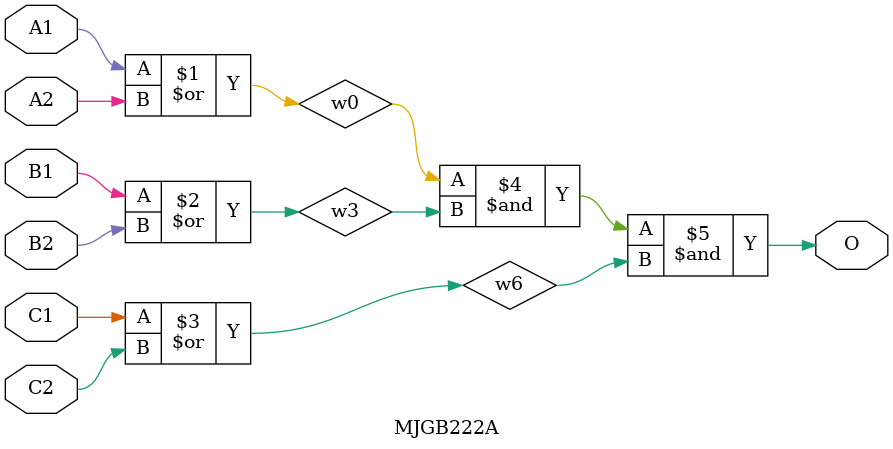
<source format=v>
module MJGB222A(A1, A2, B1, B2, C1, C2, O);
input   A1;
input   A2;
input   B1;
input   B2;
input   C1;
input   C2;
output  O;
or g0(w0, A1, A2);
or g1(w3, B1, B2);
or g2(w6, C1, C2);
and g3(O, w0, w3, w6);
endmodule
</source>
